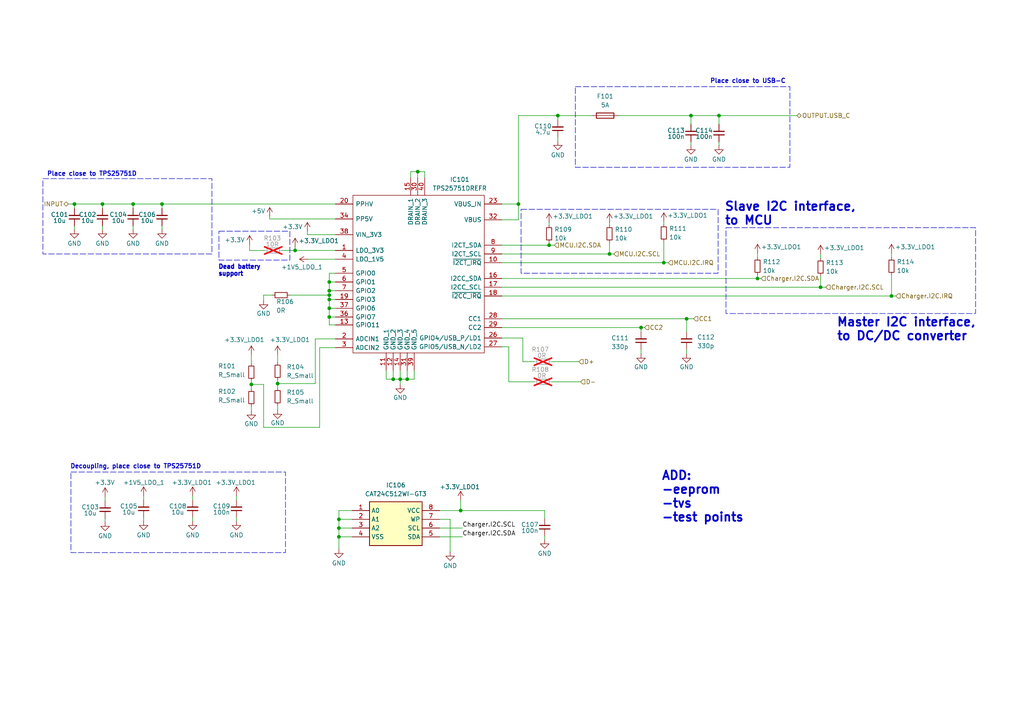
<source format=kicad_sch>
(kicad_sch (version 20231120) (generator "eeschema") (generator_version "8.0")
  (paper "A4")
  (lib_symbols
    (symbol "Device:C_Small" (pin_numbers hide) (pin_names (offset 0.254) hide)
      (property "Reference" "C" (at 0.254 1.778 0))
      (property "Value" "C_Small" (at 0.254 -2.032 0))
      (symbol "C_Small_0_1"
        (polyline (pts (xy -1.524 -0.508) (xy 1.524 -0.508)) (stroke (width 0.3302)))
        (polyline (pts (xy -1.524 0.508) (xy 1.524 0.508)) (stroke (width 0.3048)))
      )
      (symbol "C_Small_1_1"
        (pin passive line (at 0 2.54 270) (length 2.032) (name "~") (number "1"))
        (pin passive line (at 0 -2.54 90) (length 2.032) (name "~") (number "2"))
      )
    )
    (symbol "Device:Fuse" (pin_numbers hide) (pin_names (offset 0))
      (property "Reference" "F" (at 2.032 0 90))
      (property "Value" "Fuse" (at -1.905 0 90))
      (symbol "Fuse_0_1"
        (rectangle (start -0.762 -2.54) (end 0.762 2.54) (stroke (width 0.254)))
        (polyline (pts (xy 0 2.54) (xy 0 -2.54)))
      )
      (symbol "Fuse_1_1"
        (pin passive line (at 0 3.81 270) (length 1.27) (name "~") (number "1"))
        (pin passive line (at 0 -3.81 90) (length 1.27) (name "~") (number "2"))
      )
    )
    (symbol "Device:R_Small" (pin_numbers hide) (pin_names (offset 0.254) hide)
      (property "Reference" "R" (at 0.762 0.508 0))
      (property "Value" "R_Small" (at 0.762 -1.016 0))
      (symbol "R_Small_0_1"
        (rectangle (start -0.762 1.778) (end 0.762 -1.778) (stroke (width 0.2032)))
      )
      (symbol "R_Small_1_1"
        (pin passive line (at 0 2.54 270) (length 0.762) (name "~") (number "1"))
        (pin passive line (at 0 -2.54 90) (length 0.762) (name "~") (number "2"))
      )
    )
    (symbol "SamacSys_Parts:CAT24C512WI-GT3"
      (property "Reference" "IC" (at 21.59 7.62 0))
      (property "Value" "CAT24C512WI-GT3" (at 21.59 5.08 0))
      (symbol "CAT24C512WI-GT3_1_1"
        (rectangle (start 5.08 2.54) (end 20.32 -10.16) (stroke (width 0.254)) (fill (type background)))
        (pin passive line (at 0 0 0) (length 5.08) (name "A0") (number "1"))
        (pin passive line (at 0 -2.54 0) (length 5.08) (name "A1") (number "2"))
        (pin passive line (at 0 -5.08 0) (length 5.08) (name "A2") (number "3"))
        (pin passive line (at 0 -7.62 0) (length 5.08) (name "VSS") (number "4"))
        (pin passive line (at 25.4 -7.62 180) (length 5.08) (name "SDA") (number "5"))
        (pin passive line (at 25.4 -5.08 180) (length 5.08) (name "SCL") (number "6"))
        (pin passive line (at 25.4 -2.54 180) (length 5.08) (name "WP") (number "7"))
        (pin passive line (at 25.4 0 180) (length 5.08) (name "VCC") (number "8"))
      )
    )
    (symbol "TPS25751DREFR_1" (pin_names (offset 0.762))
      (property "Reference" "IC1" (at 36.068 7.112 0))
      (property "Value" "TPS25751DREFR" (at 36.068 4.572 0))
      (symbol "TPS25751DREFR_1_0_0"
        (pin passive line (at 0 -13.462 0) (length 5.08) (name "LDO_3V3") (number "1"))
        (pin passive line (at 48.26 -17.018 180) (length 5.08) (name "~{I2CT_IRQ}") (number "10"))
        (pin passive line (at 14.732 -48.26 90) (length 5.08) (name "GND_1") (number "11"))
        (pin passive line (at 16.764 -48.26 90) (length 5.08) (name "GND_2") (number "12"))
        (pin passive line (at 0 -35.052 0) (length 5.08) (name "GPIO11") (number "13"))
        (pin passive line (at 18.796 -48.26 90) (length 5.08) (name "GND_3") (number "14"))
        (pin passive line (at 21.844 7.62 270) (length 5.08) (name "DRAIN_1") (number "15"))
        (pin passive line (at 48.26 -21.59 180) (length 5.08) (name "I2CC_SDA") (number "16"))
        (pin passive line (at 48.26 -24.13 180) (length 5.08) (name "I2CC_SCL") (number "17"))
        (pin passive line (at 48.26 -26.67 180) (length 5.08) (name "~{I2CC_IRQ}") (number "18"))
        (pin passive line (at 0 -27.686 0) (length 5.08) (name "GPIO3") (number "19"))
        (pin passive line (at 0 -39.116 0) (length 5.08) (name "ADCIN1") (number "2"))
        (pin passive line (at 0 0 0) (length 5.08) (name "PPHV") (number "20"))
        (pin passive line (at 48.26 0 180) (length 5.08) (name "VBUS_IN") (number "23"))
        (pin passive line (at 48.26 -38.862 180) (length 5.08) (name "GPIO4/USB_P/LD1") (number "26"))
        (pin passive line (at 48.26 -41.402 180) (length 5.08) (name "GPIO5/USB_N/LD2") (number "27"))
        (pin passive line (at 48.26 -33.274 180) (length 5.08) (name "CC1") (number "28"))
        (pin passive line (at 48.26 -35.814 180) (length 5.08) (name "CC2") (number "29"))
        (pin passive line (at 0 -41.656 0) (length 5.08) (name "ADCIN2") (number "3"))
        (pin passive line (at 23.876 7.62 270) (length 5.08) (name "DRAIN_2") (number "30"))
        (pin passive line (at 20.828 -48.26 90) (length 5.08) (name "GND_4") (number "31"))
        (pin passive line (at 48.26 -4.572 180) (length 5.08) (name "VBUS") (number "32"))
        (pin passive line (at 0 -4.318 0) (length 5.08) (name "PP5V") (number "34"))
        (pin passive line (at 0 -32.766 0) (length 5.08) (name "GPIO7") (number "36"))
        (pin passive line (at 0 -30.226 0) (length 5.08) (name "GPIO6") (number "37"))
        (pin passive line (at 0 -8.89 0) (length 5.08) (name "VIN_3V3") (number "38"))
        (pin passive line (at 22.86 -48.26 90) (length 5.08) (name "GND_5") (number "39"))
        (pin passive line (at 0 -16.002 0) (length 5.08) (name "LDO_1V5") (number "4"))
        (pin passive line (at 25.908 7.62 270) (length 5.08) (name "DRAIN_3") (number "40"))
        (pin passive line (at 0 -20.066 0) (length 5.08) (name "GPIO0") (number "5"))
        (pin passive line (at 0 -22.606 0) (length 5.08) (name "GPIO1") (number "6"))
        (pin passive line (at 0 -25.146 0) (length 5.08) (name "GPIO2") (number "7"))
        (pin passive line (at 48.26 -11.938 180) (length 5.08) (name "I2CT_SDA") (number "8"))
        (pin passive line (at 48.26 -14.478 180) (length 5.08) (name "I2CT_SCL") (number "9"))
      )
      (symbol "TPS25751DREFR_1_0_1"
        (polyline (pts (xy 5.08 2.54) (xy 43.18 2.54) (xy 43.18 -43.18) (xy 5.08 -43.18) (xy 5.08 2.54)) (stroke (width 0.1524)))
      )
    )
    (symbol "power:+1V5" (power) (pin_names (offset 0))
      (property "Value" "+1V5" (at 0 3.556 0))
      (symbol "+1V5_0_1"
        (polyline (pts (xy -0.762 1.27) (xy 0 2.54)))
        (polyline (pts (xy 0 0) (xy 0 2.54)))
        (polyline (pts (xy 0 2.54) (xy 0.762 1.27)))
      )
      (symbol "+1V5_1_1"
        (pin power_in line (at 0 0 90) (length 0) hide (name "+1V5") (number "1"))
      )
    )
    (symbol "power:+3.3V" (power) (pin_names (offset 0))
      (property "Value" "+3.3V" (at 0 3.556 0))
      (symbol "+3.3V_0_1"
        (polyline (pts (xy -0.762 1.27) (xy 0 2.54)))
        (polyline (pts (xy 0 0) (xy 0 2.54)))
        (polyline (pts (xy 0 2.54) (xy 0.762 1.27)))
      )
      (symbol "+3.3V_1_1"
        (pin power_in line (at 0 0 90) (length 0) hide (name "+3.3V") (number "1"))
      )
    )
    (symbol "power:+3.3VP" (power) (pin_names (offset 0))
      (property "Value" "+3.3VP" (at 0 2.54 0))
      (symbol "+3.3VP_0_0"
        (pin power_in line (at 0 0 90) (length 0) hide (name "+3.3VP") (number "1"))
      )
      (symbol "+3.3VP_0_1"
        (polyline (pts (xy -0.762 1.27) (xy 0 2.54)))
        (polyline (pts (xy 0 0) (xy 0 2.54)))
        (polyline (pts (xy 0 2.54) (xy 0.762 1.27)))
      )
    )
    (symbol "power:+5V" (power) (pin_names (offset 0))
      (property "Value" "+5V" (at 0 3.556 0))
      (symbol "+5V_0_1"
        (polyline (pts (xy -0.762 1.27) (xy 0 2.54)))
        (polyline (pts (xy 0 0) (xy 0 2.54)))
        (polyline (pts (xy 0 2.54) (xy 0.762 1.27)))
      )
      (symbol "+5V_1_1"
        (pin power_in line (at 0 0 90) (length 0) hide (name "+5V") (number "1"))
      )
    )
    (symbol "power:GND" (power) (pin_names (offset 0))
      (property "Value" "GND" (at 0 -3.81 0))
      (symbol "GND_0_1"
        (polyline (pts (xy 0 0) (xy 0 -1.27) (xy 1.27 -1.27) (xy 0 -2.54) (xy -1.27 -1.27) (xy 0 -1.27)))
      )
      (symbol "GND_1_1"
        (pin power_in line (at 0 0 270) (length 0) hide (name "GND") (number "1"))
      )
    )
  )
  (junction (at 95.504 84.328))
  (junction (at 95.504 81.788))
  (junction (at 95.504 91.948))
  (junction (at 118.11 109.982))
  (junction (at 29.718 59.182))
  (junction (at 98.298 153.162))
  (junction (at 176.784 73.66))
  (junction (at 98.298 155.702))
  (junction (at 150.368 59.182))
  (junction (at 121.158 49.784))
  (junction (at 237.998 83.312))
  (junction (at 116.078 109.982))
  (junction (at 159.258 71.12))
  (junction (at 46.99 59.182))
  (junction (at 185.928 94.996))
  (junction (at 98.298 150.622))
  (junction (at 38.608 59.182))
  (junction (at 85.598 72.644))
  (junction (at 21.59 59.182))
  (junction (at 258.572 85.852))
  (junction (at 95.504 86.868))
  (junction (at 133.604 148.082))
  (junction (at 80.518 111.252))
  (junction (at 208.534 33.528))
  (junction (at 200.406 33.528))
  (junction (at 199.136 92.456))
  (junction (at 114.046 109.982))
  (junction (at 95.504 85.598))
  (junction (at 192.532 76.2))
  (junction (at 95.504 89.408))
  (junction (at 72.898 111.506))
  (junction (at 161.798 33.528))
  (junction (at 219.71 80.772))
  (wire (pts (xy 133.604 148.082) (xy 157.988 148.082)))
  (wire (pts (xy 76.454 123.952) (xy 92.71 123.952)))
  (wire (pts (xy 46.99 59.182) (xy 97.282 59.182)))
  (wire (pts (xy 97.282 89.408) (xy 95.504 89.408)))
  (wire (pts (xy 145.542 92.456) (xy 199.136 92.456)))
  (wire (pts (xy 147.574 110.744) (xy 154.94 110.744)))
  (wire (pts (xy 200.406 41.148) (xy 200.406 42.164)))
  (wire (pts (xy 21.59 65.532) (xy 21.59 66.548)))
  (wire (pts (xy 46.99 65.532) (xy 46.99 66.548)))
  (wire (pts (xy 130.556 150.622) (xy 130.556 160.02)))
  (wire (pts (xy 185.928 101.346) (xy 185.928 102.616)))
  (wire (pts (xy 91.44 98.298) (xy 97.282 98.298)))
  (wire (pts (xy 185.928 94.996) (xy 185.928 96.266)))
  (wire (pts (xy 160.02 104.902) (xy 167.894 104.902)))
  (wire (pts (xy 68.58 145.034) (xy 68.58 143.764)))
  (wire (pts (xy 41.656 145.034) (xy 41.656 143.764)))
  (wire (pts (xy 98.298 155.702) (xy 98.298 159.258)))
  (wire (pts (xy 95.504 81.788) (xy 97.282 81.788)))
  (wire (pts (xy 258.572 85.852) (xy 259.842 85.852)))
  (wire (pts (xy 145.542 71.12) (xy 159.258 71.12)))
  (wire (pts (xy 127.508 155.702) (xy 134.112 155.702)))
  (wire (pts (xy 80.518 102.87) (xy 80.518 105.156)))
  (wire (pts (xy 121.158 49.784) (xy 123.19 49.784)))
  (wire (pts (xy 133.604 145.034) (xy 133.604 148.082)))
  (wire (pts (xy 127.508 150.622) (xy 130.556 150.622)))
  (wire (pts (xy 80.518 117.602) (xy 80.518 118.872)))
  (wire (pts (xy 208.534 41.148) (xy 208.534 42.164)))
  (wire (pts (xy 116.078 107.442) (xy 116.078 109.982)))
  (wire (pts (xy 97.282 84.328) (xy 95.504 84.328)))
  (wire (pts (xy 95.504 81.788) (xy 95.504 84.328)))
  (wire (pts (xy 127.508 153.162) (xy 134.112 153.162)))
  (wire (pts (xy 114.046 109.982) (xy 116.078 109.982)))
  (wire (pts (xy 176.784 64.516) (xy 176.784 65.278)))
  (wire (pts (xy 123.19 49.784) (xy 123.19 51.562)))
  (wire (pts (xy 95.504 86.868) (xy 97.282 86.868)))
  (wire (pts (xy 151.638 104.902) (xy 151.638 98.044)))
  (wire (pts (xy 97.282 68.072) (xy 89.154 68.072)))
  (wire (pts (xy 127.508 148.082) (xy 133.604 148.082)))
  (wire (pts (xy 95.504 86.868) (xy 95.504 89.408)))
  (wire (pts (xy 41.656 150.114) (xy 41.656 151.13)))
  (wire (pts (xy 145.542 80.772) (xy 219.71 80.772)))
  (wire (pts (xy 21.59 60.452) (xy 21.59 59.182)))
  (wire (pts (xy 92.71 100.838) (xy 92.71 123.952)))
  (wire (pts (xy 200.406 33.528) (xy 200.406 36.068)))
  (wire (pts (xy 92.71 100.838) (xy 97.282 100.838)))
  (wire (pts (xy 76.454 85.598) (xy 78.994 85.598)))
  (wire (pts (xy 159.258 71.12) (xy 160.782 71.12)))
  (wire (pts (xy 147.574 100.584) (xy 145.542 100.584)))
  (wire (pts (xy 258.572 79.756) (xy 258.572 85.852)))
  (wire (pts (xy 157.988 155.448) (xy 157.988 156.464)))
  (wire (pts (xy 72.898 111.506) (xy 76.454 111.506)))
  (wire (pts (xy 179.324 33.528) (xy 200.406 33.528)))
  (wire (pts (xy 161.798 33.528) (xy 171.704 33.528)))
  (wire (pts (xy 120.142 109.982) (xy 120.142 107.442)))
  (wire (pts (xy 199.136 92.456) (xy 199.136 96.266)))
  (wire (pts (xy 95.504 85.598) (xy 95.504 86.868)))
  (wire (pts (xy 192.532 76.2) (xy 193.802 76.2)))
  (wire (pts (xy 159.258 71.12) (xy 159.258 70.358)))
  (wire (pts (xy 97.282 94.234) (xy 95.504 94.234)))
  (wire (pts (xy 112.014 107.442) (xy 112.014 109.982)))
  (wire (pts (xy 237.998 73.66) (xy 237.998 74.93)))
  (wire (pts (xy 219.71 80.772) (xy 219.71 79.756)))
  (wire (pts (xy 72.898 111.506) (xy 72.898 112.776)))
  (wire (pts (xy 85.598 72.644) (xy 97.282 72.644)))
  (wire (pts (xy 81.788 72.644) (xy 85.598 72.644)))
  (wire (pts (xy 199.136 101.346) (xy 199.136 102.616)))
  (wire (pts (xy 95.504 84.328) (xy 95.504 85.598)))
  (wire (pts (xy 76.708 72.644) (xy 72.39 72.644)))
  (wire (pts (xy 97.282 91.948) (xy 95.504 91.948)))
  (wire (pts (xy 76.454 111.506) (xy 76.454 123.952)))
  (wire (pts (xy 150.368 33.528) (xy 161.798 33.528)))
  (wire (pts (xy 97.282 79.248) (xy 95.504 79.248)))
  (wire (pts (xy 145.542 59.182) (xy 150.368 59.182)))
  (wire (pts (xy 68.58 150.114) (xy 68.58 151.13)))
  (wire (pts (xy 102.108 153.162) (xy 98.298 153.162)))
  (wire (pts (xy 38.608 59.182) (xy 46.99 59.182)))
  (wire (pts (xy 72.898 117.856) (xy 72.898 119.126)))
  (wire (pts (xy 160.02 110.744) (xy 168.402 110.744)))
  (wire (pts (xy 102.108 150.622) (xy 98.298 150.622)))
  (wire (pts (xy 84.074 85.598) (xy 95.504 85.598)))
  (wire (pts (xy 29.718 59.182) (xy 38.608 59.182)))
  (wire (pts (xy 161.798 34.798) (xy 161.798 33.528)))
  (wire (pts (xy 80.518 111.252) (xy 80.518 112.522)))
  (wire (pts (xy 72.898 102.87) (xy 72.898 105.41)))
  (wire (pts (xy 119.126 49.784) (xy 121.158 49.784)))
  (wire (pts (xy 95.504 91.948) (xy 95.504 94.234)))
  (wire (pts (xy 145.542 85.852) (xy 258.572 85.852)))
  (wire (pts (xy 114.046 107.442) (xy 114.046 109.982)))
  (wire (pts (xy 55.88 150.114) (xy 55.88 151.13)))
  (wire (pts (xy 72.39 70.866) (xy 72.39 72.644)))
  (wire (pts (xy 208.534 33.528) (xy 231.14 33.528)))
  (wire (pts (xy 89.154 67.056) (xy 89.154 68.072)))
  (wire (pts (xy 98.298 150.622) (xy 98.298 153.162)))
  (wire (pts (xy 157.988 148.082) (xy 157.988 150.368)))
  (wire (pts (xy 38.608 60.452) (xy 38.608 59.182)))
  (wire (pts (xy 145.542 94.996) (xy 185.928 94.996)))
  (wire (pts (xy 151.638 98.044) (xy 145.542 98.044)))
  (wire (pts (xy 119.126 51.562) (xy 119.126 49.784)))
  (wire (pts (xy 159.258 64.516) (xy 159.258 65.278)))
  (wire (pts (xy 161.798 39.878) (xy 161.798 40.894)))
  (wire (pts (xy 46.99 60.452) (xy 46.99 59.182)))
  (wire (pts (xy 199.136 92.456) (xy 201.168 92.456)))
  (wire (pts (xy 72.898 110.49) (xy 72.898 111.506)))
  (wire (pts (xy 192.532 70.104) (xy 192.532 76.2)))
  (wire (pts (xy 102.108 148.082) (xy 98.298 148.082)))
  (wire (pts (xy 219.71 73.406) (xy 219.71 74.676)))
  (wire (pts (xy 192.532 64.262) (xy 192.532 65.024)))
  (wire (pts (xy 147.574 110.744) (xy 147.574 100.584)))
  (wire (pts (xy 237.998 80.01) (xy 237.998 83.312)))
  (wire (pts (xy 116.078 109.982) (xy 118.11 109.982)))
  (wire (pts (xy 176.784 70.358) (xy 176.784 73.66)))
  (wire (pts (xy 176.784 73.66) (xy 178.054 73.66)))
  (wire (pts (xy 85.598 71.628) (xy 85.598 72.644)))
  (wire (pts (xy 145.542 63.754) (xy 150.368 63.754)))
  (wire (pts (xy 150.368 33.528) (xy 150.368 59.182)))
  (wire (pts (xy 95.504 89.408) (xy 95.504 91.948)))
  (wire (pts (xy 237.998 83.312) (xy 239.522 83.312)))
  (wire (pts (xy 258.572 73.406) (xy 258.572 74.676)))
  (wire (pts (xy 19.812 59.182) (xy 21.59 59.182)))
  (wire (pts (xy 29.718 60.452) (xy 29.718 59.182)))
  (wire (pts (xy 80.518 111.252) (xy 91.44 111.252)))
  (wire (pts (xy 145.542 73.66) (xy 176.784 73.66)))
  (wire (pts (xy 30.48 145.288) (xy 30.48 144.018)))
  (wire (pts (xy 118.11 107.442) (xy 118.11 109.982)))
  (wire (pts (xy 97.282 63.5) (xy 78.232 63.5)))
  (wire (pts (xy 145.542 76.2) (xy 192.532 76.2)))
  (wire (pts (xy 30.48 150.368) (xy 30.48 151.384)))
  (wire (pts (xy 78.232 62.738) (xy 78.232 63.5)))
  (wire (pts (xy 116.078 109.982) (xy 116.078 111.506)))
  (wire (pts (xy 89.408 75.184) (xy 97.282 75.184)))
  (wire (pts (xy 38.608 65.532) (xy 38.608 66.548)))
  (wire (pts (xy 76.454 87.122) (xy 76.454 85.598)))
  (wire (pts (xy 29.718 65.532) (xy 29.718 66.548)))
  (wire (pts (xy 200.406 33.528) (xy 208.534 33.528)))
  (wire (pts (xy 145.542 83.312) (xy 237.998 83.312)))
  (wire (pts (xy 112.014 109.982) (xy 114.046 109.982)))
  (wire (pts (xy 219.71 80.772) (xy 220.726 80.772)))
  (wire (pts (xy 55.88 145.034) (xy 55.88 143.764)))
  (wire (pts (xy 21.59 59.182) (xy 29.718 59.182)))
  (wire (pts (xy 150.368 63.754) (xy 150.368 59.182)))
  (wire (pts (xy 185.928 94.996) (xy 186.944 94.996)))
  (wire (pts (xy 98.298 153.162) (xy 98.298 155.702)))
  (wire (pts (xy 121.158 51.562) (xy 121.158 49.784)))
  (wire (pts (xy 118.11 109.982) (xy 120.142 109.982)))
  (wire (pts (xy 95.504 79.248) (xy 95.504 81.788)))
  (wire (pts (xy 91.44 111.252) (xy 91.44 98.298)))
  (wire (pts (xy 98.298 155.702) (xy 102.108 155.702)))
  (wire (pts (xy 98.298 148.082) (xy 98.298 150.622)))
  (wire (pts (xy 208.534 33.528) (xy 208.534 36.068)))
  (wire (pts (xy 151.638 104.902) (xy 154.94 104.902)))
  (wire (pts (xy 80.518 110.236) (xy 80.518 111.252)))
  (rectangle (start 12.446 51.816) (end 61.468 73.66) (stroke (width 0) (type dash)))
  (rectangle (start 166.878 25.146) (end 229.108 48.514) (stroke (width 0) (type dash)))
  (rectangle (start 63.5 67.056) (end 84.074 75.438) (stroke (width 0) (type dash)))
  (rectangle (start 151.13 60.706) (end 208.28 79.248) (stroke (width 0) (type dash)))
  (rectangle (start 210.566 66.04) (end 282.956 90.932) (stroke (width 0) (type dash)))
  (rectangle (start 20.574 136.906) (end 82.804 160.274) (stroke (width 0) (type dash)))
  (text "Slave I2C interface,\nto MCU" (at 210.058 65.532 0) (effects (font (size 2.5 2.5) (thickness 0.5) (bold yes)) (justify left bottom)))
  (text "Master I2C interface,\nto DC/DC converter" (at 242.57 99.06 0) (effects (font (size 2.5 2.5) (thickness 0.5) (bold yes)) (justify left bottom)))
  (text "ADD:\n-eeprom\n-tvs\n-test points" (at 191.77 151.638 0) (effects (font (size 2.5 2.5) (thickness 0.5) (bold yes)) (justify left bottom)))
  (text "Place close to USB-C \n" (at 217.424 23.622 0) (effects (font (size 1.27 1.27) (thickness 0.254) (bold yes))))
  (text "Dead battery\nsupport" (at 63.246 80.264 0) (effects (font (size 1.25 1.25) (thickness 0.5) (bold yes)) (justify left bottom)))
  (text "Decoupling, place close to TPS25751D\n" (at 39.37 135.382 0) (effects (font (size 1.27 1.27) (thickness 0.254) (bold yes))))
  (text "Place close to TPS25751D\n" (at 26.67 50.546 0) (effects (font (size 1.27 1.27) (thickness 0.254) (bold yes))))
  (label "Charger.I2C.SCL" (at 134.112 153.162 0))
  (label "Charger.I2C.SDA" (at 134.112 155.702 0))
  (hierarchical_label "MCU.I2C.IRQ" (shape input) (at 193.802 76.2 0))
  (hierarchical_label "Charger.I2C.SDA" (shape input) (at 220.726 80.772 0))
  (hierarchical_label "CC1" (shape input) (at 201.168 92.456 0))
  (hierarchical_label "OUTPUT.USB_C" (shape bidirectional) (at 231.14 33.528 0))
  (hierarchical_label "Charger.I2C.SCL" (shape input) (at 239.522 83.312 0))
  (hierarchical_label "D-" (shape input) (at 168.402 110.744 0))
  (hierarchical_label "INPUT" (shape bidirectional) (at 19.812 59.182 180))
  (hierarchical_label "D+" (shape input) (at 167.894 104.902 0))
  (hierarchical_label "Charger.I2C.IRQ" (shape input) (at 259.842 85.852 0))
  (hierarchical_label "CC2" (shape input) (at 186.944 94.996 0))
  (hierarchical_label "MCU.I2C.SCL" (shape input) (at 178.054 73.66 0))
  (hierarchical_label "MCU.I2C.SDA" (shape input) (at 160.782 71.12 0))
  (symbol (lib_name "TPS25751DREFR_1") (lib_id "SamacSys_Parts:TPS25751DREFR") (at 97.282 59.182 0) (unit 1)
    (property "Reference" "IC101" (at 133.35 52.07 0))
    (property "Value" "TPS25751DREFR" (at 133.35 54.61 0))
    (property "Footprint" "TPS25751DREFR" (effects (hide yes)))
    (property "Datasheet" "https://www.ti.com/lit/gpn/TPS25751" (effects (hide yes)))
    (property "Description" "USB Interface IC USB Type-C and USB Power Delivery (PD) controller with integrated power switches , 3V ~{} 3.6V, 4.9V ~{} 5.5V, 4V ~{} 22V , -40C ~{} 125C (TJ) , 3mA , 38-WQFN (4x6)" (effects (hide yes)))
    (property "Height" "0.8" (effects (hide yes)))
    (property "Manufacturer_Name" "Texas Instruments" (effects (hide yes)))
    (property "Manufacturer_Part_Number" "TPS25751DREFR" (effects (hide yes)))
    (property "Mouser Part Number" "595-TPS25751DREFR" (effects (hide yes)))
    (property "Mouser Price/Stock" "https://www.mouser.co.uk/ProductDetail/Texas-Instruments/TPS25751DREFR?qs=2wMNvWM5ZX4m402FYdvDNA%3D%3D" (effects (hide yes)))
    (property "Arrow Part Number" "TPS25751DREFR" (effects (hide yes)))
    (property "Arrow Price/Stock" "https://www.arrow.com/en/products/tps25751drefr/texas-instruments?utm_currency=USD&region=nac" (effects (hide yes)))
  )
  (symbol (lib_id "Device:R_Small") (at 258.572 77.216 0) (unit 1)
    (property "Reference" "R114" (at 260.096 75.946 0) (effects (justify left)))
    (property "Value" "10k" (at 260.096 78.486 0) (effects (justify left)))
    (property "Footprint" "Resistor_SMD:R_0603_1608Metric" (effects (hide yes)))
  )
  (symbol (lib_id "power:GND") (at 116.078 111.506 0) (unit 1)
    (property "Reference" "#PWR0128" (effects (hide yes)))
    (property "Value" "GND" (at 116.078 115.316 0))
  )
  (symbol (lib_id "power:GND") (at 21.59 66.548 0) (unit 1)
    (property "Reference" "#PWR0105" (effects (hide yes)))
    (property "Value" "GND" (at 21.59 70.612 0))
  )
  (symbol (lib_id "Device:C_Small") (at 157.988 152.908 180) (unit 1)
    (property "Reference" "C107" (at 153.67 152.146 0))
    (property "Value" "100n" (at 153.67 153.924 0))
    (property "Footprint" "Capacitor_SMD:C_0603_1608Metric" (effects (hide yes)))
  )
  (symbol (lib_id "power:+3.3VP") (at 80.518 102.87 0) (unit 1)
    (property "Reference" "#PWR0123" (effects (hide yes)))
    (property "Value" "+3.3V_LDO1" (at 84.074 98.552 0))
  )
  (symbol (lib_id "power:+3.3VP") (at 237.998 73.66 0) (unit 1)
    (property "Reference" "#PWR0140" (effects (hide yes)))
    (property "Value" "+3.3V_LDO1" (at 244.856 71.882 0))
  )
  (symbol (lib_id "power:+3.3V") (at 89.154 67.056 0) (unit 1)
    (property "Reference" "#PWR0126" (effects (hide yes)))
    (property "Value" "+3.3V" (at 84.836 65.786 0))
  )
  (symbol (lib_id "Device:C_Small") (at 199.136 98.806 180) (unit 1)
    (property "Reference" "C112" (at 202.184 97.79 0) (effects (justify right)))
    (property "Value" "330p" (at 202.184 100.33 0) (effects (justify right)))
    (property "Footprint" "Capacitor_SMD:C_0603_1608Metric" (effects (hide yes)))
  )
  (symbol (lib_id "power:+3.3V") (at 30.48 144.018 0) (unit 1)
    (property "Reference" "#PWR0107" (effects (hide yes)))
    (property "Value" "+3.3V" (at 27.432 139.954 0) (effects (justify left)))
  )
  (symbol (lib_id "power:+3.3VP") (at 133.604 145.034 0) (unit 1)
    (property "Reference" "#PWR0137" (effects (hide yes)))
    (property "Value" "+3.3V_LDO1" (at 133.35 141.224 0))
  )
  (symbol (lib_id "Device:R_Small") (at 237.998 77.47 0) (unit 1)
    (property "Reference" "R113" (at 239.522 76.2 0) (effects (justify left)))
    (property "Value" "10k" (at 239.522 78.74 0) (effects (justify left)))
    (property "Footprint" "Resistor_SMD:R_0603_1608Metric" (effects (hide yes)))
  )
  (symbol (lib_id "Device:R_Small") (at 192.532 67.564 0) (unit 1)
    (property "Reference" "R111" (at 194.056 66.294 0) (effects (justify left)))
    (property "Value" "10k" (at 194.056 68.834 0) (effects (justify left)))
    (property "Footprint" "Resistor_SMD:R_0603_1608Metric" (effects (hide yes)))
  )
  (symbol (lib_id "Device:R_Small") (at 72.898 115.316 0) (unit 1)
    (property "Reference" "R102" (at 63.246 113.538 0) (effects (justify left)))
    (property "Value" "R_Small" (at 63.246 116.078 0) (effects (justify left)))
    (property "Footprint" "Resistor_SMD:R_0603_1608Metric" (effects (hide yes)))
  )
  (symbol (lib_id "Device:R_Small") (at 157.48 110.744 90) (unit 1) (dnp yes)
    (property "Reference" "R108" (at 159.258 107.188 90) (effects (justify left)))
    (property "Value" "0R" (at 158.496 108.966 90) (effects (justify left)))
    (property "Footprint" "Resistor_SMD:R_0603_1608Metric" (effects (hide yes)))
  )
  (symbol (lib_id "Device:R_Small") (at 79.248 72.644 90) (unit 1) (dnp yes)
    (property "Reference" "R103" (at 78.994 69.088 90))
    (property "Value" "10R" (at 78.994 70.866 90))
    (property "Footprint" "Resistor_SMD:R_0603_1608Metric" (effects (hide yes)))
  )
  (symbol (lib_id "power:+3.3VP") (at 72.898 102.87 0) (unit 1)
    (property "Reference" "#PWR0119" (effects (hide yes)))
    (property "Value" "+3.3V_LDO1" (at 70.866 98.552 0))
  )
  (symbol (lib_id "power:+3.3VP") (at 85.598 71.628 0) (unit 1)
    (property "Reference" "#PWR0125" (effects (hide yes)))
    (property "Value" "+3.3V_LDO1" (at 92.456 69.85 0))
  )
  (symbol (lib_id "Device:R_Small") (at 80.518 115.062 0) (unit 1)
    (property "Reference" "R105" (at 83.1342 113.792 0) (effects (justify left)))
    (property "Value" "R_Small" (at 83.1342 116.332 0) (effects (justify left)))
    (property "Footprint" "Resistor_SMD:R_0603_1608Metric" (effects (hide yes)))
  )
  (symbol (lib_id "power:GND") (at 161.798 40.894 0) (unit 1)
    (property "Reference" "#PWR0130" (effects (hide yes)))
    (property "Value" "GND" (at 161.798 44.958 0))
  )
  (symbol (lib_id "Device:C_Small") (at 161.798 37.338 180) (unit 1)
    (property "Reference" "C110" (at 157.48 36.576 0))
    (property "Value" "4.7u" (at 157.48 38.354 0))
    (property "Footprint" "Capacitor_SMD:C_0603_1608Metric" (effects (hide yes)))
  )
  (symbol (lib_id "power:+3.3VP") (at 176.784 64.516 0) (unit 1)
    (property "Reference" "#PWR0131" (effects (hide yes)))
    (property "Value" "+3.3V_LDO1" (at 183.642 62.738 0))
  )
  (symbol (lib_id "power:+5V") (at 78.232 62.738 0) (unit 1)
    (property "Reference" "#PWR0122" (effects (hide yes)))
    (property "Value" "+5V" (at 74.93 61.214 0))
  )
  (symbol (lib_id "Device:R_Small") (at 81.534 85.598 270) (unit 1)
    (property "Reference" "R106" (at 80.137 87.5029 90) (effects (justify left)))
    (property "Value" "0R" (at 80.137 90.0429 90) (effects (justify left)))
    (property "Footprint" "Resistor_SMD:R_0603_1608Metric" (effects (hide yes)))
  )
  (symbol (lib_id "power:GND") (at 200.406 42.164 0) (unit 1)
    (property "Reference" "#PWR0135" (effects (hide yes)))
    (property "Value" "GND" (at 200.406 46.228 0))
  )
  (symbol (lib_id "power:+3.3VP") (at 192.532 64.262 0) (unit 1)
    (property "Reference" "#PWR0133" (effects (hide yes)))
    (property "Value" "+3.3V_LDO1" (at 199.39 62.484 0))
  )
  (symbol (lib_id "power:+3.3VP") (at 219.71 73.406 0) (unit 1)
    (property "Reference" "#PWR0138" (effects (hide yes)))
    (property "Value" "+3.3V_LDO1" (at 226.568 71.628 0))
  )
  (symbol (lib_id "Device:C_Small") (at 185.928 98.806 180) (unit 1)
    (property "Reference" "C111" (at 177.292 98.044 0) (effects (justify right)))
    (property "Value" "330p" (at 177.292 100.584 0) (effects (justify right)))
    (property "Footprint" "Capacitor_SMD:C_0603_1608Metric" (effects (hide yes)))
  )
  (symbol (lib_id "power:GND") (at 72.898 119.126 0) (unit 1)
    (property "Reference" "#PWR0120" (effects (hide yes)))
    (property "Value" "GND" (at 72.898 122.936 0))
  )
  (symbol (lib_id "power:GND") (at 55.88 151.13 0) (unit 1)
    (property "Reference" "#PWR0115" (effects (hide yes)))
    (property "Value" "GND" (at 55.88 155.194 0))
  )
  (symbol (lib_id "Device:R_Small") (at 80.518 107.696 0) (unit 1)
    (property "Reference" "R104" (at 83.1342 106.426 0) (effects (justify left)))
    (property "Value" "R_Small" (at 83.1342 108.966 0) (effects (justify left)))
    (property "Footprint" "Resistor_SMD:R_0603_1608Metric" (effects (hide yes)))
  )
  (symbol (lib_id "power:GND") (at 30.48 151.384 0) (unit 1)
    (property "Reference" "#PWR0108" (effects (hide yes)))
    (property "Value" "GND" (at 30.48 155.448 0))
  )
  (symbol (lib_id "power:+3.3VP") (at 68.58 143.764 0) (unit 1)
    (property "Reference" "#PWR0116" (effects (hide yes)))
    (property "Value" "+3.3V_LDO1" (at 68.326 139.954 0))
  )
  (symbol (lib_id "power:GND") (at 46.99 66.548 0) (unit 1)
    (property "Reference" "#PWR0112" (effects (hide yes)))
    (property "Value" "GND" (at 46.99 70.612 0))
  )
  (symbol (lib_id "Device:C_Small") (at 200.406 38.608 180) (unit 1)
    (property "Reference" "C113" (at 196.088 37.846 0))
    (property "Value" "100n" (at 196.088 39.624 0))
    (property "Footprint" "Capacitor_SMD:C_1206_3216Metric" (effects (hide yes)))
  )
  (symbol (lib_id "power:+1V5") (at 41.656 143.764 0) (unit 1)
    (property "Reference" "#PWR0110" (effects (hide yes)))
    (property "Value" "+1V5_LDO_1" (at 47.752 139.954 0) (effects (justify right)))
  )
  (symbol (lib_id "Device:R_Small") (at 157.48 104.902 90) (unit 1) (dnp yes)
    (property "Reference" "R107" (at 159.258 101.346 90) (effects (justify left)))
    (property "Value" "0R" (at 158.496 103.124 90) (effects (justify left)))
    (property "Footprint" "Resistor_SMD:R_0603_1608Metric" (effects (hide yes)))
  )
  (symbol (lib_id "Device:R_Small") (at 176.784 67.818 0) (unit 1)
    (property "Reference" "R110" (at 178.308 66.548 0) (effects (justify left)))
    (property "Value" "10k" (at 178.308 69.088 0) (effects (justify left)))
    (property "Footprint" "Resistor_SMD:R_0603_1608Metric" (effects (hide yes)))
  )
  (symbol (lib_id "power:GND") (at 208.534 42.164 0) (unit 1)
    (property "Reference" "#PWR0136" (effects (hide yes)))
    (property "Value" "GND" (at 208.534 46.228 0))
  )
  (symbol (lib_id "Device:C_Small") (at 68.58 147.574 180) (unit 1)
    (property "Reference" "C109" (at 64.262 146.812 0))
    (property "Value" "100n" (at 64.262 148.59 0))
    (property "Footprint" "Capacitor_SMD:C_0603_1608Metric" (effects (hide yes)))
  )
  (symbol (lib_id "power:GND") (at 185.928 102.616 0) (unit 1)
    (property "Reference" "#PWR0132" (effects (hide yes)))
    (property "Value" "GND" (at 185.928 106.426 0))
  )
  (symbol (lib_id "power:+3.3V") (at 72.39 70.866 0) (unit 1)
    (property "Reference" "#PWR0118" (effects (hide yes)))
    (property "Value" "+3.3V" (at 68.072 69.596 0))
  )
  (symbol (lib_id "power:GND") (at 130.556 160.02 0) (unit 1)
    (property "Reference" "#PWR0113" (effects (hide yes)))
    (property "Value" "GND" (at 130.556 164.084 0))
  )
  (symbol (lib_id "power:GND") (at 199.136 102.616 0) (unit 1)
    (property "Reference" "#PWR0134" (effects (hide yes)))
    (property "Value" "GND" (at 199.136 106.426 0))
  )
  (symbol (lib_id "Device:C_Small") (at 55.88 147.574 180) (unit 1)
    (property "Reference" "C108" (at 51.562 146.812 0))
    (property "Value" "10u" (at 51.562 148.59 0))
    (property "Footprint" "Capacitor_SMD:C_0603_1608Metric" (effects (hide yes)))
  )
  (symbol (lib_id "power:GND") (at 68.58 151.13 0) (unit 1)
    (property "Reference" "#PWR0117" (effects (hide yes)))
    (property "Value" "GND" (at 68.58 155.194 0))
  )
  (symbol (lib_id "Device:C_Small") (at 38.608 62.992 180) (unit 1)
    (property "Reference" "C104" (at 34.29 62.23 0))
    (property "Value" "10u" (at 34.29 64.008 0))
    (property "Footprint" "Capacitor_SMD:C_1206_3216Metric" (effects (hide yes)))
  )
  (symbol (lib_id "power:+1V5") (at 89.408 75.184 90) (unit 1)
    (property "Reference" "#PWR0127" (effects (hide yes)))
    (property "Value" "+1V5_LDO_1" (at 81.534 77.47 90) (effects (justify right)))
  )
  (symbol (lib_id "Device:R_Small") (at 159.258 67.818 0) (unit 1)
    (property "Reference" "R109" (at 160.782 66.548 0) (effects (justify left)))
    (property "Value" "10k" (at 160.782 69.088 0) (effects (justify left)))
    (property "Footprint" "Resistor_SMD:R_0603_1608Metric" (effects (hide yes)))
  )
  (symbol (lib_id "power:GND") (at 38.608 66.548 0) (unit 1)
    (property "Reference" "#PWR0109" (effects (hide yes)))
    (property "Value" "GND" (at 38.608 70.612 0))
  )
  (symbol (lib_id "power:GND") (at 76.454 87.122 0) (unit 1)
    (property "Reference" "#PWR0121" (effects (hide yes)))
    (property "Value" "GND" (at 76.454 90.932 0))
  )
  (symbol (lib_id "SamacSys_Parts:CAT24C512WI-GT3") (at 102.108 148.082 0) (unit 1)
    (property "Reference" "IC106" (at 114.808 140.716 0))
    (property "Value" "CAT24C512WI-GT3" (at 114.808 143.256 0))
    (property "Footprint" "SOIC127P600X175-8N" (effects (hide yes)))
    (property "Datasheet" "http://www.onsemi.com/pub/Collateral/CAT24C512-D.PDF" (effects (hide yes)))
    (property "Description" "EEPROM,512kbit,64Kx8,1MHz I2C,SOIC8 ON Semiconductor CAT24C512WI-GT3 EEPROM Memory, 512kb, 400ns, 1.8  5.5 V 8-Pin SOIC" (effects (hide yes)))
    (property "Height" "1.75" (effects (hide yes)))
    (property "Manufacturer_Name" "onsemi" (effects (hide yes)))
    (property "Manufacturer_Part_Number" "CAT24C512WI-GT3" (effects (hide yes)))
    (property "Mouser Part Number" "863-CAT24C512WI-GT3" (effects (hide yes)))
    (property "Mouser Price/Stock" "https://www.mouser.co.uk/ProductDetail/onsemi/CAT24C512WI-GT3?qs=NJQfjRgVp6ROyXrGKjEjgQ%3D%3D" (effects (hide yes)))
    (property "Arrow Part Number" "CAT24C512WI-GT3" (effects (hide yes)))
    (property "Arrow Price/Stock" "https://www.arrow.com/en/products/cat24c512wi-gt3/on-semiconductor?region=europe" (effects (hide yes)))
  )
  (symbol (lib_id "Device:C_Small") (at 46.99 62.992 180) (unit 1)
    (property "Reference" "C106" (at 42.672 62.23 0))
    (property "Value" "10u" (at 42.672 64.008 0))
    (property "Footprint" "Capacitor_SMD:C_1206_3216Metric" (effects (hide yes)))
  )
  (symbol (lib_id "Device:C_Small") (at 41.656 147.574 180) (unit 1)
    (property "Reference" "C105" (at 37.338 146.812 0))
    (property "Value" "10u" (at 37.338 148.59 0))
    (property "Footprint" "Capacitor_SMD:C_0603_1608Metric" (effects (hide yes)))
  )
  (symbol (lib_id "power:GND") (at 80.518 118.872 0) (unit 1)
    (property "Reference" "#PWR0124" (effects (hide yes)))
    (property "Value" "GND" (at 80.518 122.682 0))
  )
  (symbol (lib_id "Device:C_Small") (at 29.718 62.992 180) (unit 1)
    (property "Reference" "C102" (at 25.4 62.23 0))
    (property "Value" "10u" (at 25.4 64.008 0))
    (property "Footprint" "Capacitor_SMD:C_1206_3216Metric" (effects (hide yes)))
  )
  (symbol (lib_id "Device:R_Small") (at 219.71 77.216 0) (unit 1)
    (property "Reference" "R112" (at 221.234 75.946 0) (effects (justify left)))
    (property "Value" "10k" (at 221.234 78.486 0) (effects (justify left)))
    (property "Footprint" "Resistor_SMD:R_0603_1608Metric" (effects (hide yes)))
  )
  (symbol (lib_id "power:+3.3VP") (at 159.258 64.516 0) (unit 1)
    (property "Reference" "#PWR0129" (effects (hide yes)))
    (property "Value" "+3.3V_LDO1" (at 166.116 62.738 0))
  )
  (symbol (lib_id "Device:R_Small") (at 72.898 107.95 0) (unit 1)
    (property "Reference" "R101" (at 63.246 106.172 0) (effects (justify left)))
    (property "Value" "R_Small" (at 63.246 108.712 0) (effects (justify left)))
    (property "Footprint" "Resistor_SMD:R_0603_1608Metric" (effects (hide yes)))
  )
  (symbol (lib_id "power:GND") (at 41.656 151.13 0) (unit 1)
    (property "Reference" "#PWR0111" (effects (hide yes)))
    (property "Value" "GND" (at 41.656 155.194 0))
  )
  (symbol (lib_id "Device:Fuse") (at 175.514 33.528 90) (unit 1)
    (property "Reference" "F101" (at 175.514 27.94 90))
    (property "Value" "5A" (at 175.514 30.48 90))
    (property "Footprint" "Fuse:Fuse_1206_3216Metric" (effects (hide yes)))
    (property "Description" "Fuse" (effects (hide yes)))
  )
  (symbol (lib_id "power:GND") (at 29.718 66.548 0) (unit 1)
    (property "Reference" "#PWR0106" (effects (hide yes)))
    (property "Value" "GND" (at 29.718 70.612 0))
  )
  (symbol (lib_id "power:+3.3VP") (at 258.572 73.406 0) (unit 1)
    (property "Reference" "#PWR0141" (effects (hide yes)))
    (property "Value" "+3.3V_LDO1" (at 265.43 71.628 0))
  )
  (symbol (lib_id "Device:C_Small") (at 21.59 62.992 180) (unit 1)
    (property "Reference" "C101" (at 17.272 62.23 0))
    (property "Value" "10u" (at 17.272 64.008 0))
    (property "Footprint" "Capacitor_SMD:C_1206_3216Metric" (effects (hide yes)))
  )
  (symbol (lib_id "power:+3.3VP") (at 55.88 143.764 0) (unit 1)
    (property "Reference" "#PWR0114" (effects (hide yes)))
    (property "Value" "+3.3V_LDO1" (at 55.626 139.954 0))
  )
  (symbol (lib_id "Device:C_Small") (at 208.534 38.608 180) (unit 1)
    (property "Reference" "C114" (at 204.216 37.846 0))
    (property "Value" "100n" (at 204.216 39.624 0))
    (property "Footprint" "Capacitor_SMD:C_1206_3216Metric" (effects (hide yes)))
  )
  (symbol (lib_id "power:GND") (at 98.298 159.258 0) (unit 1)
    (property "Reference" "#PWR0103" (effects (hide yes)))
    (property "Value" "GND" (at 98.298 163.322 0))
  )
  (symbol (lib_id "Device:C_Small") (at 30.48 147.828 180) (unit 1)
    (property "Reference" "C103" (at 26.162 147.066 0))
    (property "Value" "10u" (at 26.162 148.844 0))
    (property "Footprint" "Capacitor_SMD:C_0603_1608Metric" (effects (hide yes)))
  )
  (symbol (lib_id "power:GND") (at 157.988 156.464 0) (unit 1)
    (property "Reference" "#PWR0139" (effects (hide yes)))
    (property "Value" "GND" (at 157.988 160.528 0))
  )
)
</source>
